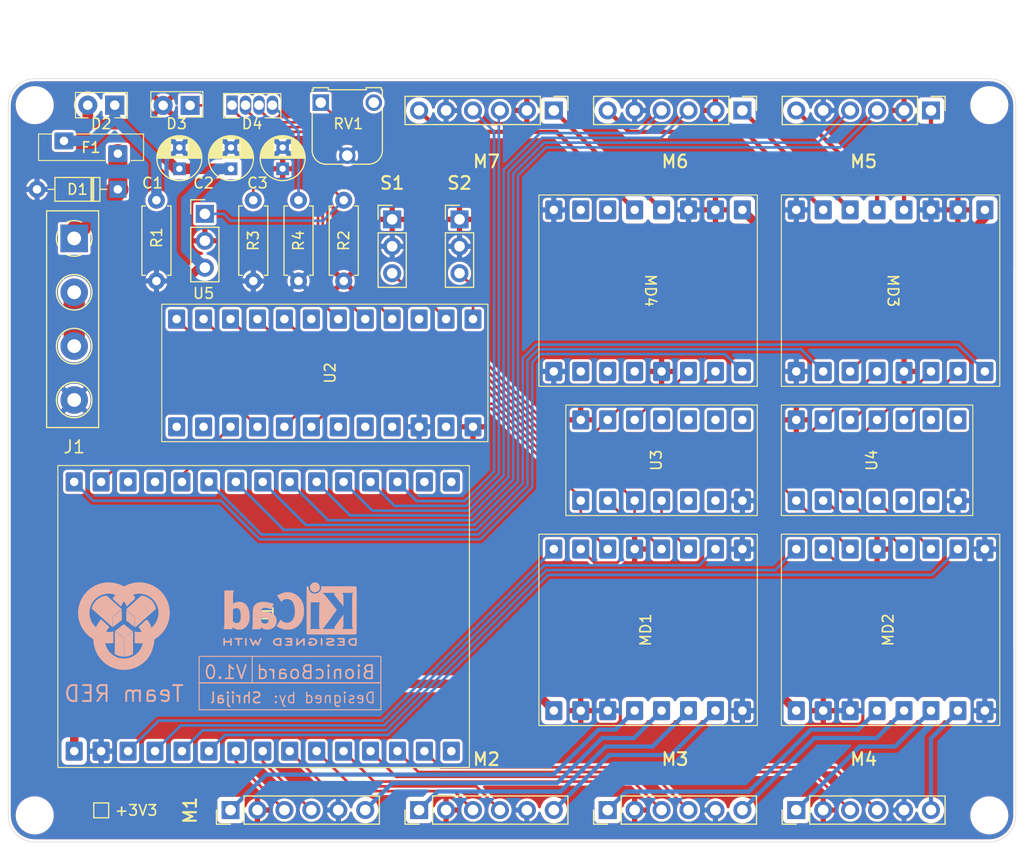
<source format=kicad_pcb>
(kicad_pcb (version 20240108) (generator "pcbnew") (generator_version "8.0")
  (layers (0 "F.Cu" signal) (31 "B.Cu" power) (36 "B.SilkS" user "B.Silkscreen") (37 "F.SilkS" user "F.Silkscreen") (38 "B.Mask" user) (39 "F.Mask" user) (44 "Edge.Cuts" user))
  (net 0 "")
  (net 1 "GND")
  (net 2 "/+3V3")
  (net 3 "/M1B")
  (net 4 "/+6V")
  (net 5 "/M1+")
  (net 6 "/M1-")
  (net 7 "/PWM1")
  (net 8 "/DIR1")
  (net 9 "/DIR2")
  (net 10 "/M2-")
  (net 11 "/PWM2")
  (net 12 "/M2B")
  (net 13 "/M2+")
  (net 14 "/M4B")
  (net 15 "/PWM3")
  (net 16 "/PWM4")
  (net 17 "/DIR4")
  (net 18 "/M3-")
  (net 19 "/DIR3")
  (net 20 "/M4+")
  (net 21 "/M3B")
  (net 22 "/M4-")
  (net 23 "/M3+")
  (net 24 "/M5B")
  (net 25 "/M6-")
  (net 26 "/M6+")
  (net 27 "/M5+")
  (net 28 "/M6B")
  (net 29 "/PWM5")
  (net 30 "/PWM6")
  (net 31 "/DIR6")
  (net 32 "/DIR5")
  (net 33 "/M5-")
  (net 34 "/M7-")
  (net 35 "/M7B")
  (net 36 "/M7+")
  (net 37 "/DIR7")
  (net 38 "/PWM7")
  (net 40 "/ENB1")
  (net 41 "/ENA1")
  (net 42 "/ENB2")
  (net 43 "/ENA2")
  (net 44 "/ENB3")
  (net 45 "/ENA3")
  (net 46 "/ENA4")
  (net 47 "/ENB4")
  (net 48 "/ENA5")
  (net 49 "/ENB5")
  (net 50 "/ENA6")
  (net 51 "/ENB6")
  (net 52 "/ENB7")
  (net 53 "/ENA7")
  (net 54 "/EMG1")
  (net 55 "/EMG2")
  (net 57 "/SDA")
  (net 62 "/SCL")
  (net 66 "/L_RED")
  (net 67 "/L_BLU")
  (net 69 "/L_GRN")
  (net 77 "Net-(U5-ADJ)")
  (net 78 "Net-(J1-Pin_2)")
  (net 84 "Net-(D1-K)")
  (net 85 "Net-(D2-K)")
  (net 86 "Net-(D3-K)")
  (net 87 "Net-(D4-A)")
  (footprint "MountingHole:MountingHole_3.2mm_M3" (layer "F.Cu") (at 132.5 30.5)
    (property "Reference" "H2" (hide yes))
    (property "Value" "MountingHole")
  )
  (footprint "Resistor_THT:R_Axial_DIN0207_L6.3mm_D2.5mm_P7.62mm_Horizontal" (layer "F.Cu") (at 71.635 47.0886 90)
    (property "Reference" "R2")
    (property "Value" "R_Small")
  )
  (footprint "Resistor_THT:R_Axial_DIN0207_L6.3mm_D2.5mm_P7.62mm_Horizontal" (layer "F.Cu") (at 53.975 39.4686 -90)
    (property "Reference" "R1")
    (property "Value" "R_Small")
  )
  (footprint "Resistor_THT:R_Axial_DIN0207_L6.3mm_D2.5mm_P7.62mm_Horizontal" (layer "F.Cu") (at 63.105 39.4686 -90)
    (property "Reference" "R3")
    (property "Value" "R_Small")
  )
  (footprint "bionic:JST_1x06_P2.54mm_Vertical" (layer "F.Cu") (at 127 31 -90)
    (property "Reference" "M5")
    (property "Value" "N20")
  )
  (footprint "bionic:TB6612" (layer "F.Cu") (at 100.33 48 -90)
    (property "Reference" "MD4")
    (property "Value" "TB6612")
  )
  (footprint "bionic:CD4069" (layer "F.Cu") (at 121.92 64 90)
    (property "Reference" "U4")
    (property "Value" "CD4069")
  )
  (footprint "TerminalBlock_Phoenix:TerminalBlock_Phoenix_MKDS-1,5-4-5.08_1x04_P5.08mm_Horizontal" (layer "F.Cu") (at 46.22 43.0724 -90)
    (property "Reference" "J1")
    (property "Value" "Screw_Terminal_01x04")
  )
  (footprint "MountingHole:MountingHole_3.2mm_M3" (layer "F.Cu") (at 42.5 30.5)
    (property "Reference" "H1" (hide yes))
    (property "Value" "MountingHole")
  )
  (footprint "bionic:JST_1x03_P2.54mm_Vertical" (layer "F.Cu") (at 82.55 41.275)
    (property "Reference" "S2")
    (property "Value" "EMG2")
  )
  (footprint "bionic:JST_1x06_P2.54mm_Vertical" (layer "F.Cu") (at 114.3 97 90)
    (property "Reference" "M4")
    (property "Value" "N20")
  )
  (footprint "bionic:JST_1x06_P2.54mm_Vertical" (layer "F.Cu") (at 96.52 97 90)
    (property "Reference" "M3")
    (property "Value" "N20")
  )
  (footprint "bionic:SAMD09" (layer "F.Cu") (at 69.85 55.7625 -90)
    (property "Reference" "U2")
    (property "Value" "SAMD09")
  )
  (footprint "LED_THT:LED_D5.0mm-4_RGB" (layer "F.Cu") (at 61.1036 30.5)
    (property "Reference" "D4")
    (property "Value" "LED_RGBA")
  )
  (footprint "Resistor_THT:R_Axial_DIN0207_L6.3mm_D2.5mm_P7.62mm_Horizontal" (layer "F.Cu") (at 67.37 47.0886 90)
    (property "Reference" "R4")
    (property "Value" "R_Small")
  )
  (footprint "LED_THT:LED_D5.0mm_Horizontal_O1.27mm_Z3.0mm" (layer "F.Cu") (at 50.04 30.5 180)
    (property "Reference" "D2")
    (property "Value" "LED_Small")
  )
  (footprint "bionic:ESP32" (layer "F.Cu") (at 64 78.74 -90)
    (property "Reference" "U1")
    (property "Value" "ESP32")
  )
  (footprint "bionic:JST_1x06_P2.54mm_Vertical" (layer "F.Cu") (at 60.96 97 90)
    (property "Reference" "M1")
    (property "Value" "N20")
  )
  (footprint "bionic:RGEF500" (layer "F.Cu") (at 50.335 35.0721 180)
    (property "Reference" "F1")
    (property "Value" "Polyfuse_Small" (hide yes))
  )
  (footprint "MountingHole:MountingHole_3.2mm_M3" (layer "F.Cu") (at 42.5 97.5)
    (property "Reference" "H4" (hide yes))
    (property "Value" "MountingHole")
  )
  (footprint "bionic:TB6612" (layer "F.Cu") (at 100.33 80 90)
    (property "Reference" "MD1")
    (property "Value" "TB6612")
  )
  (footprint "Capacitor_THT:CP_Radial_D4.0mm_P2.00mm" (layer "F.Cu") (at 65.8731 36.5 90)
    (property "Reference" "C3")
    (property "Value" "C_Small")
  )
  (footprint "bionic:TB6612" (layer "F.Cu") (at 123.19 48 -90)
    (property "Reference" "MD3")
    (property "Value" "TB6612")
  )
  (footprint "Capacitor_THT:CP_Radial_D4.0mm_P2.00mm" (layer "F.Cu") (at 61.0036 36.5 90)
    (property "Reference" "C2")
    (property "Value" "C_Small")
  )
  (footprint "Connector_PinHeader_2.54mm:PinHeader_1x03_P2.54mm_Vertical" (layer "F.Cu") (at 58.54 40.7536)
    (property "Reference" "U5")
    (property "Value" "LM338")
  )
  (footprint "bionic:JST_1x06_P2.54mm_Vertical" (layer "F.Cu") (at 78.74 97 90)
    (property "Reference" "M2")
    (property "Value" "N20")
  )
  (footprint "Diode_THT:D_DO-35_SOD27_P7.62mm_Horizontal" (layer "F.Cu") (at 50.335 38.4433 180)
    (property "Reference" "D1")
    (property "Value" "D_Small")
  )
  (footprint "Potentiometer_THT:Potentiometer_Runtron_RM-065_Vertical" (layer "F.Cu") (at 69.4658 30.26)
    (property "Reference" "RV1")
    (property "Value" "R_Potentiometer_Small")
  )
  (footprint "Capacitor_THT:CP_Radial_D4.0mm_P2.00mm" (layer "F.Cu") (at 56.134 36.5 90)
    (property "Reference" "C1")
    (property "Value" "C_Small")
  )
  (footprint "TestPoint:TestPoint_Pad_1.0x1.0mm" (layer "F.Cu") (at 48.768 97.028)
    (property "Reference" "T1" (hide yes))
    (property "Value" "TestPoint_Probe")
  )
  (footprint "bionic:TB6612" (layer "F.Cu") (at 123.19 80 90)
    (property "Reference" "MD2")
    (property "Value" "TB6612")
  )
  (footprint "bionic:JST_1x06_P2.54mm_Vertical" (layer "F.Cu") (at 91.44 31 -90)
    (property "Reference" "M7")
    (property "Value" "N20")
  )
  (footprint "LED_THT:LED_D5.0mm_Horizontal_O1.27mm_Z3.0mm" (layer "F.Cu") (at 57.1468 30.525 180)
    (property "Reference" "D3")
    (property "Value" "LED_Small")
  )
  (footprint "bionic:JST_1x03_P2.54mm_Vertical" (layer "F.Cu") (at 76.2 41.275)
    (property "Reference" "S1")
    (property "Value" "EMG2")
  )
  (footprint "MountingHole:MountingHole_3.2mm_M3" (layer "F.Cu") (at 132.5 97.5)
    (property "Reference" "H3" (hide yes))
    (property "Value" "MountingHole")
  )
  (footprint "bionic:JST_1x06_P2.54mm_Vertical" (layer "F.Cu") (at 109.22 31 -90)
    (property "Reference" "M6")
    (property "Value" "N20")
  )
  (footprint "bionic:CD4069" (layer "F.Cu") (at 101.6 64 90)
    (property "Reference" "U3")
    (property "Value" "CD4069")
  )
  (footprint "Symbol:KiCad-Logo2_5mm_SilkScreen" (layer "B.Cu") (at 66.573117 78.5 180)
    (property "Reference" "REF**" (hide yes))
    (property "Value" "KiCad-Logo2_5mm_SilkScreen" (hide yes))
  )
  (footprint "LOGO" (layer "B.Cu") (at 51 79.626595 180)
    (property "Reference" "G***" (hide yes))
    (property "Value" "LOGO" (hide yes))
  )
  (gr_line (start 63 82.5) (end 63 85) (stroke (width 0.1)) (layer "B.SilkS"))
  (gr_rect (start 58 85) (end 75.135 87.54) (stroke (width 0.1)) (fill none) (layer "B.SilkS"))
  (gr_rect (start 58 82.5) (end 75.135 85) (stroke (width 0.1)) (fill none) (layer "B.SilkS"))
  (gr_arc (start 42.5 100) (mid 40.732233 99.267767) (end 40 97.5) (stroke (width 0.05)) (layer "Edge.Cuts"))
  (gr_arc (start 135 97.5) (mid 134.267767 99.267767) (end 132.5 100) (stroke (width 0.05)) (layer "Edge.Cuts"))
  (gr_arc (start 132.5 28) (mid 134.267767 28.732233) (end 135 30.5) (stroke (width 0.05)) (layer "Edge.Cuts"))
  (gr_line (start 40 97.5) (end 40 30.5) (stroke (width 0.05)) (layer "Edge.Cuts"))
  (gr_line (start 132.5 100) (end 42.5 100) (stroke (width 0.05)) (layer "Edge.Cuts"))
  (gr_line (start 132.5 28) (end 42.5 28) (stroke (width 0.05)) (layer "Edge.Cuts"))
  (gr_arc (start 40 30.5) (mid 40.732233 28.732233) (end 42.5 28) (stroke (width 0.05)) (layer "Edge.Cuts"))
  (gr_line (start 135 97.5) (end 135 30.5) (stroke (width 0.05)) (layer "Edge.Cuts"))
  (gr_text "Team RED" (at 50.911392 86.024637 -0) (layer "B.SilkS") (effects (font (size 1.5 1.5) (thickness 0.1875)) (justify mirror)))
  (gr_text "BionicBoard" (at 69 84 0) (layer "B.SilkS") (effects (font (size 1.25 1.25) (thickness 0.15625)) (justify mirror)))
  (gr_text "Shrijal" (at 64 87 -0) (layer "B.SilkS") (effects (font (size 1 1)) (justify left bottom mirror)))
  (gr_text "V1.0" (at 60.5 84 -0) (layer "B.SilkS") (effects (font (size 1.25 1.25) (thickness 0.15625)) (justify mirror)))
  (gr_text "Designed by:" (at 74.704613 87 -0) (layer "B.SilkS") (effects (font (size 1 1) (thickness 0.12)) (justify left bottom mirror)))
  (gr_text "+3V3" (at 52.07 97.028 0) (layer "F.SilkS") (effects (font (size 1 1))))
  (segment (start 97.79 69.08) (end 97.79 73.2932) (width 0.25) (layer "F.Cu") (net 3))
  (segment (start 97.79 73.2932) (end 97.4232 73.66) (width 0.25) (layer "F.Cu") (net 3))
  (segment (start 97.4232 73.66) (end 95.26 73.66) (width 0.25) (layer "F.Cu") (net 3))
  (segment (start 96.52 67.81) (end 97.79 69.08) (width 0.25) (layer "F.Cu") (net 3))
  (segment (start 95.26 73.66) (end 93.98 72.38) (width 0.25) (layer "F.Cu") (net 3))
  (segment (start 57.9868 45.8337) (end 53.34 50.4804) (width 0.8) (layer "F.Cu") (net 4))
  (segment (start 58.54 45.8337) (end 57.9868 45.8337) (width 0.8) (layer "F.Cu") (net 4))
  (segment (start 111.76 85.09) (end 130.048 85.09) (width 0.8) (layer "F.Cu") (net 4))
  (segment (start 129.534 42.926) (end 130.302 42.926) (width 0.8) (layer "F.Cu") (net 4))
  (segment (start 55.804 36.5) (end 56.134 36.5) (width 1) (layer "F.Cu") (net 4))
  (segment (start 133.858 46.482) (end 130.302 42.926) (width 0.8) (layer "F.Cu") (net 4))
  (segment (start 43.434 81.534) (end 46.99 85.09) (width 0.8) (layer "F.Cu") (net 4))
  (segment (start 114.3 87.62) (end 114.29 87.62) (width 0.8) (layer "F.Cu") (net 4))
  (segment (start 46.228 85.852) (end 46.99 85.09) (width 0.8) (layer "F.Cu") (net 4))
  (segment (start 132.08 41.148) (end 132.08 40.38) (width 0.8) (layer "F.Cu") (net 4))
  (segment (start 51.054 60.96) (end 45.72 60.96) (width 0.8) (layer "F.Cu") (net 4))
  (segment (start 48.0272 32.3) (end 51.604 32.3) (width 1) (layer "F.Cu") (net 4))
  (segment (start 45.72 60.96) (end 43.434 63.246) (width 0.8) (layer "F.Cu") (net 4))
  (segment (start 46.228 91.432) (end 46.228 85.852) (width 0.8) (layer "F.Cu") (net 4))
  (segment (start 51.604 32.3) (end 55.804 36.5) (width 1) (layer "F.Cu") (net 4))
  (segment (start 130.302 42.926) (end 132.08 41.148) (width 0.8) (layer "F.Cu") (net 4))
  (segment (start 88.91 85.09) (end 91.44 87.62) (width 0.8) (layer "F.Cu") (net 4))
  (segment (start 53.34 58.674) (end 51.054 60.96) (width 0.8) (layer "F.Cu") (net 4))
  (segment (start 46.22 91.44) (end 46.228 91.432) (width 0.8) (layer "F.Cu") (net 4))
  (segment (start 43.434 63.246) (end 43.434 81.534) (width 0.8) (layer "F.Cu") (net 4))
  (segment (start 114.29 87.62) (end 111.76 85.09) (width 0.8) (layer "F.Cu") (net 4))
  (segment (start 46.99 85.09) (end 88.91 85.09) (width 0.8) (layer "F.Cu") (net 4))
  (segment (start 53.34 50.4804) (end 53.34 58.674) (width 0.8) (layer "F.Cu") (net 4))
  (segment (start 130.048 85.09) (end 133.858 81.28) (width 0.8) (layer "F.Cu") (net 4))
  (segment (start 56.134 36.5) (end 61.0036 36.5) (width 1) (layer "F.Cu") (net 4))
  (segment (start 47.5 31.7728) (end 48.0272 32.3) (width 1) (layer "F.Cu") (net 4))
  (segment (start 111.76 85.09) (end 88.91 85.09) (width 0.8) (layer "F.Cu") (net 4))
  (segment (start 111.766 42.926) (end 129.534 42.926) (width 0.8) (layer "F.Cu") (net 4))
  (segment (start 47.5 30.5) (end 47.5 31.7728) (width 1) (layer "F.Cu") (net 4))
  (segment (start 133.858 81.28) (end 133.858 46.482) (width 0.8) (layer "F.Cu") (net 4))
  (segment (start 109.22 40.38) (end 111.766 42.926) (width 0.8) (layer "F.Cu") (net 4))
  (segment (start 58.54 45.8336) (end 56.79 44.0836) (width 1) (layer "B.Cu") (net 4))
  (segment (start 59.766 36.5) (end 61.0036 36.5) (width 1) (layer "B.Cu") (net 4))
  (segment (start 56.79 39.476) (end 59.766 36.5) (width 1) (layer "B.Cu") (net 4))
  (segment (start 56.79 44.0836) (end 56.79 39.476) (width 1) (layer "B.Cu") (net 4))
  (segment (start 64.31 93.65) (end 60.96 97) (width 0.4) (layer "B.Cu") (net 5))
  (segment (start 97.272 89.408) (end 95.6659 89.408) (width 0.4) (layer "B.Cu") (net 5))
  (segment (start 95.6659 89.408) (end 91.4239 93.65) (width 0.4) (layer "B.Cu") (net 5))
  (segment (start 91.4239 93.65) (end 64.31 93.65) (width 0.4) (layer "B.Cu") (net 5))
  (segment (start 99.06 87.62) (end 97.272 89.408) (width 0.4) (layer "B.Cu") (net 5))
  (segment (start 95.9973 90.208) (end 91.7553 94.45) (width 0.4) (layer "B.Cu") (net 6))
  (segment (start 101.6 87.62) (end 99.012 90.208) (width 0.4) (layer "B.Cu") (net 6))
  (segment (start 91.7553 94.45) (end 76.21 94.45) (width 0.4) (layer "B.Cu") (net 6))
  (segment (start 76.21 94.45) (end 73.66 97) (width 0.4) (layer "B.Cu") (net 6))
  (segment (start 99.012 90.208) (end 95.9973 90.208) (width 0.4) (layer "B.Cu") (net 6))
  (segment (start 75.254 88.566) (end 54.174 88.566) (width 0.25) (layer "B.Cu") (net 7))
  (segment (start 54.174 88.566) (end 51.3 91.44) (width 0.25) (layer "B.Cu") (net 7))
  (segment (start 91.44 72.38) (end 75.254 88.566) (width 0.25) (layer "B.Cu") (net 7))
  (segment (start 85.5372 59.124) (end 70.2985 59.124) (width 0.25) (layer "F.Cu") (net 8))
  (segment (start 70.2985 59.124) (end 68.58 60.8425) (width 0.25) (layer "F.Cu") (net 8))
  (segment (start 93.98 69.84) (end 96.52 72.38) (width 0.25) (layer "F.Cu") (net 8))
  (segment (start 93.98 67.5668) (end 85.5372 59.124) (width 0.25) (layer "F.Cu") (net 8))
  (segment (start 93.98 67.81) (end 93.98 69.84) (width 0.25) (layer "F.Cu") (net 8))
  (segment (start 93.98 67.81) (end 93.98 67.5668) (width 0.25) (layer "F.Cu") (net 8))
  (segment (start 93.3436 66.294) (end 85.7236 58.674) (width 0.25) (layer "F.Cu") (net 9))
  (segment (start 99.06 69.84) (end 101.6 72.38) (width 0.25) (layer "F.Cu") (net 9))
  (segment (start 85.7236 58.674) (end 68.2085 58.674) (width 0.25) (layer "F.Cu") (net 9))
  (segment (start 99.06 67.81) (end 97.544 66.294) (width 0.25) (layer "F.Cu") (net 9))
  (segment (start 97.544 66.294) (end 93.3436 66.294) (width 0.25) (layer "F.Cu") (net 9))
  (segment (start 68.2085 58.674) (end 66.04 60.8425) (width 0.25) (layer "F.Cu") (net 9))
  (segment (start 99.06 67.81) (end 99.06 69.84) (width 0.25) (layer "F.Cu") (net 9))
  (segment (start 91.468 97) (end 91.44 97) (width 0.4) (layer "B.Cu") (net 10))
  (segment (start 96.66 91.808) (end 91.468 97) (width 0.4) (layer "B.Cu") (net 10))
  (segment (start 102.492 91.808) (end 96.66 91.808) (width 0.4) (layer "B.Cu") (net 10))
  (segment (start 106.68 87.62) (end 102.492 91.808) (width 0.4) (layer "B.Cu") (net 10))
  (segment (start 56.264 89.016) (end 53.84 91.44) (width 0.25) (layer "B.Cu") (net 11))
  (segment (start 105.146 73.914) (end 90.5424 73.914) (width 0.25) (layer "B.Cu") (net 11))
  (segment (start 75.4404 89.016) (end 56.264 89.016) (width 0.25) (layer "B.Cu") (net 11))
  (segment (start 106.68 72.38) (end 105.146 73.914) (width 0.25) (layer "B.Cu") (net 11))
  (segment (start 90.5424 73.914) (end 75.4404 89.016) (width 0.25) (layer "B.Cu") (net 11))
  (segment (start 101.6 67.81) (end 101.6 69.84) (width 0.25) (layer "F.Cu") (net 12))
  (segment (start 101.6 69.84) (end 104.14 72.38) (width 0.25) (layer "F.Cu") (net 12))
  (segment (start 104.14 87.62) (end 100.752 91.008) (width 0.4) (layer "B.Cu") (net 13))
  (segment (start 96.3286 91.008) (end 92.0866 95.25) (width 0.4) (layer "B.Cu") (net 13))
  (segment (start 80.49 95.25) (end 78.74 97) (width 0.4) (layer "B.Cu") (net 13))
  (segment (start 92.0866 95.25) (end 80.49 95.25) (width 0.4) (layer "B.Cu") (net 13))
  (segment (start 100.752 91.008) (end 96.3286 91.008) (width 0.4) (layer "B.Cu") (net 13))
  (segment (start 121.92 67.81) (end 123.452 69.342) (width 0.25) (layer "F.Cu") (net 14))
  (segment (start 123.452 69.342) (end 123.962 69.342) (width 0.25) (layer "F.Cu") (net 14))
  (segment (start 123.962 69.342) (end 127 72.38) (width 0.25) (layer "F.Cu") (net 14))
  (segment (start 114.3 72.38) (end 112.316 74.364) (width 0.25) (layer "B.Cu") (net 15))
  (segment (start 90.7288 74.364) (end 75.6268 89.466) (width 0.25) (layer "B.Cu") (net 15))
  (segment (start 112.316 74.364) (end 90.7288 74.364) (width 0.25) (layer "B.Cu") (net 15))
  (segment (start 58.354 89.466) (end 56.38 91.44) (width 0.25) (layer "B.Cu") (net 15))
  (segment (start 75.6268 89.466) (end 58.354 89.466) (width 0.25) (layer "B.Cu") (net 15))
  (segment (start 90.9152 74.814) (end 75.8132 89.916) (width 0.25) (layer "B.Cu") (net 16))
  (segment (start 129.54 72.38) (end 127.106 74.814) (width 0.25) (layer "B.Cu") (net 16))
  (segment (start 75.8132 89.916) (end 60.444 89.916) (width 0.25) (layer "B.Cu") (net 16))
  (segment (start 127.106 74.814) (end 90.9152 74.814) (width 0.25) (layer "B.Cu") (net 16))
  (segment (start 60.444 89.916) (end 58.92 91.44) (width 0.25) (layer "B.Cu") (net 16))
  (segment (start 116.964 65.394) (end 93.7164 65.394) (width 0.25) (layer "F.Cu") (net 17))
  (segment (start 119.38 67.81) (end 116.964 65.394) (width 0.25) (layer "F.Cu") (net 17))
  (segment (start 120.904 69.334) (end 120.904 69.342) (width 0.25) (layer "F.Cu") (net 17))
  (segment (start 121.422 69.342) (end 124.46 72.38) (width 0.25) (layer "F.Cu") (net 17))
  (segment (start 120.904 69.342) (end 121.422 69.342) (width 0.25) (layer "F.Cu") (net 17))
  (segment (start 61.1575 53.42) (end 58.42 50.6825) (width 0.25) (layer "F.Cu") (net 17))
  (segment (start 119.38 67.81) (end 120.904 69.334) (width 0.25) (layer "F.Cu") (net 17))
  (segment (start 81.7424 53.42) (end 61.1575 53.42) (width 0.25) (layer "F.Cu") (net 17))
  (segment (start 93.7164 65.394) (end 81.7424 53.42) (width 0.25) (layer "F.Cu") (net 17))
  (segment (start 116.012 90.208) (end 109.22 97) (width 0.4) (layer "B.Cu") (net 18))
  (segment (start 121.872 90.208) (end 116.012 90.208) (width 0.4) (layer "B.Cu") (net 18))
  (segment (start 124.46 87.62) (end 121.872 90.208) (width 0.4) (layer "B.Cu") (net 18))
  (segment (start 114.3 67.81) (end 115.832 69.342) (width 0.25) (layer "F.Cu") (net 19))
  (segment (start 115.832 69.342) (end 116.332 69.342) (width 0.25) (layer "F.Cu") (net 19))
  (segment (start 117.866 70.866) (end 119.38 72.38) (width 0.25) (layer "F.Cu") (net 19))
  (segment (start 117.856 70.866) (end 117.866 70.866) (width 0.25) (layer "F.Cu") (net 19))
  (segment (start 59.0675 53.87) (end 55.88 50.6825) (width 0.25) (layer "F.Cu") (net 19))
  (segment (start 93.53 65.844) (end 81.556 53.87) (width 0.25) (layer "F.Cu") (net 19))
  (segment (start 81.556 53.87) (end 59.0675 53.87) (width 0.25) (layer "F.Cu") (net 19))
  (segment (start 114.3 67.81) (end 112.334 65.844) (width 0.25) (layer "F.Cu") (net 19))
  (segment (start 112.334 65.844) (end 93.53 65.844) (width 0.25) (layer "F.Cu") (net 19))
  (segment (start 116.332 69.342) (end 117.856 70.866) (width 0.25) (layer "F.Cu") (net 19))
  (segment (start 123.612 91.008) (end 120.292 91.008) (width 0.4) (layer "B.Cu") (net 20))
  (segment (start 127 87.62) (end 123.612 91.008) (width 0.4) (layer "B.Cu") (net 20))
  (segment (start 120.292 91.008) (end 114.3 97) (width 0.4) (layer "B.Cu") (net 20))
  (segment (start 120.396 73.66) (end 118.12 73.66) (width 0.25) (layer "F.Cu") (net 21))
  (segment (start 120.65 73.406) (end 120.396 73.66) (width 0.25) (layer "F.Cu") (net 21))
  (segment (start 118.12 73.66) (end 116.84 72.38) (width 0.25) (layer "F.Cu") (net 21))
  (segment (start 120.65 71.3498) (end 120.65 73.406) (width 0.25) (layer "F.Cu") (net 21))
  (segment (start 117.11 67.81) (end 120.65 71.3498) (width 0.25) (layer "F.Cu") (net 21))
  (segment (start 116.84 67.81) (end 117.11 67.81) (width 0.25) (layer "F.Cu") (net 21))
  (segment (start 127 97) (end 127 90.2471) (width 0.4) (layer "B.Cu") (net 22))
  (segment (start 127 90.2471) (end 129.517 87.7299) (width 0.4) (layer "B.Cu") (net 22))
  (segment (start 127 97.1099) (end 127 97) (width 0.4) (layer "B.Cu") (net 22))
  (segment (start 98.27 95.25) (end 96.52 97) (width 0.4) (layer "B.Cu") (net 23))
  (segment (start 120.132 89.408) (end 115.681 89.408) (width 0.4) (layer "B.Cu") (net 23))
  (segment (start 115.681 89.408) (end 109.839 95.25) (width 0.4) (layer "B.Cu") (net 23))
  (segment (start 109.839 95.25) (end 98.27 95.25) (width 0.4) (layer "B.Cu") (net 23))
  (segment (start 121.92 87.62) (end 120.132 89.408) (width 0.4) (layer "B.Cu") (net 23))
  (segment (start 125.976 58.674) (end 126.486 58.674) (width 0.25) (layer "F.Cu") (net 24))
  (segment (start 126.486 58.674) (end 129.54 55.62) (width 0.25) (layer "F.Cu") (net 24))
  (segment (start 124.46 60.19) (end 125.976 58.674) (width 0.25) (layer "F.Cu") (net 24))
  (segment (start 109.48 33.02) (end 116.84 40.38) (width 0.4) (layer "F.Cu") (net 25))
  (segment (start 96.52 31) (end 98.54 33.02) (width 0.4) (layer "F.Cu") (net 25))
  (segment (start 98.54 33.02) (end 109.48 33.02) (width 0.4) (layer "F.Cu") (net 25))
  (segment (start 117.608 38.608) (end 116.828 38.608) (width 0.4) (layer "F.Cu") (net 26))
  (segment (start 119.38 40.38) (end 117.608 38.608) (width 0.4) (layer "F.Cu") (net 26))
  (segment (start 116.828 38.608) (end 109.22 31) (width 0.4) (layer "F.Cu") (net 26))
  (segment (start 124.46 38.608) (end 124.46 40.38) (width 0.4) (layer "F.Cu") (net 27))
  (segment (start 127 36.068) (end 124.46 38.608) (width 0.4) (layer "F.Cu") (net 27))
  (segment (start 127 31) (end 127 36.068) (width 0.4) (layer "F.Cu") (net 27))
  (segment (start 123.19 54.5878) (end 122.958 54.356) (width 0.25) (layer "F.Cu") (net 28))
  (segment (start 120.644 54.356) (end 119.38 55.62) (width 0.25) (layer "F.Cu") (net 28))
  (segment (start 119.38 60.19) (end 119.658 60.19) (width 0.25) (layer "F.Cu") (net 28))
  (segment (start 122.958 54.356) (end 120.644 54.356) (width 0.25) (layer "F.Cu") (net 28))
  (segment (start 119.658 60.19) (end 123.19 56.6582) (width 0.25) (layer "F.Cu") (net 28))
  (segment (start 123.19 56.6582) (end 123.19 54.5878) (width 0.25) (layer "F.Cu") (net 28))
  (segment (start 65.974 70.554) (end 61.46 66.04) (width 0.25) (layer "B.Cu") (net 29))
  (segment (start 88.508 54.3656) (end 88.508 66.1864) (width 0.25) (layer "B.Cu") (net 29))
  (segment (start 88.508 66.1864) (end 84.1404 70.554) (width 0.25) (layer "B.Cu") (net 29))
  (segment (start 132.08 55.62) (end 129.546 53.086) (width 0.25) (layer "B.Cu") (net 29))
  (segment (start 89.7876 53.086) (end 88.508 54.3656) (width 0.25) (layer "B.Cu") (net 29))
  (segment (start 129.546 53.086) (end 89.7876 53.086) (width 0.25) (layer "B.Cu") (net 29))
  (segment (start 84.1404 70.554) (end 65.974 70.554) (width 0.25) (layer "B.Cu") (net 29))
  (segment (start 88.958 66.3728) (end 84.3268 71.004) (width 0.25) (layer "B.Cu") (net 30))
  (segment (start 116.84 55.62) (end 114.756 53.536) (width 0.25) (layer "B.Cu") (net 30))
  (segment (start 89.974 53.536) (end 88.958 54.552) (width 0.25) (layer "B.Cu") (net 30))
  (segment (start 63.884 71.004) (end 58.92 66.04) (width 0.25) (layer "B.Cu") (net 30))
  (segment (start 114.756 53.536) (end 89.974 53.536) (width 0.25) (layer "B.Cu") (net 30))
  (segment (start 88.958 54.552) (end 88.958 66.3728) (width 0.25) (layer "B.Cu") (net 30))
  (segment (start 84.3268 71.004) (end 63.884 71.004) (width 0.25) (layer "B.Cu") (net 30))
  (segment (start 118.356 58.674) (end 118.866 58.674) (width 0.25) (layer "F.Cu") (net 31))
  (segment (start 114.8 62.23) (end 91.8252 62.23) (width 0.25) (layer "F.Cu") (net 31))
  (segment (start 118.866 58.674) (end 121.92 55.62) (width 0.25) (layer "F.Cu") (net 31))
  (segment (start 82.1152 52.52) (end 65.3375 52.52) (width 0.25) (layer "F.Cu") (net 31))
  (segment (start 116.84 60.19) (end 118.356 58.674) (width 0.25) (layer "F.Cu") (net 31))
  (segment (start 65.3375 52.52) (end 63.5 50.6825) (width 0.25) (layer "F.Cu") (net 31))
  (segment (start 116.84 60.19) (end 114.8 62.23) (width 0.25) (layer "F.Cu") (net 31))
  (segment (start 91.8252 62.23) (end 82.1152 52.52) (width 0.25) (layer "F.Cu") (net 31))
  (segment (start 63.2475 52.97) (end 60.96 50.6825) (width 0.25) (layer "F.Cu") (net 32))
  (segment (start 91.6388 62.68) (end 81.9288 52.97) (width 0.25) (layer "F.Cu") (net 32))
  (segment (start 121.92 60.19) (end 119.43 62.68) (width 0.25) (layer "F.Cu") (net 32))
  (segment (start 81.9288 52.97) (end 63.2475 52.97) (width 0.25) (layer "F.Cu") (net 32))
  (segment (start 123.946 58.674) (end 127 55.62) (width 0.25) (layer "F.Cu") (net 32))
  (segment (start 119.43 62.68) (end 91.6388 62.68) (width 0.25) (layer "F.Cu") (net 32))
  (segment (start 121.92 60.19) (end 123.436 58.674) (width 0.25) (layer "F.Cu") (net 32))
  (segment (start 123.436 58.674) (end 123.946 58.674) (width 0.25) (layer "F.Cu") (net 32))
  (segment (start 121.92 38.62) (end 121.92 40.38) (width 0.4) (layer "F.Cu") (net 33))
  (segment (start 114.3 31) (end 121.92 38.62) (width 0.4) (layer "F.Cu") (net 33))
  (segment (start 91.7 33.02) (end 99.06 40.38) (width 0.4) (layer "F.Cu") (net 34))
  (segment (start 80.76 33.02) (end 91.7 33.02) (width 0.4) (layer "F.Cu") (net 34))
  (segment (start 78.74 31) (end 80.76 33.02) (width 0.4) (layer "F.Cu") (net 34))
  (segment (start 99.06 60.19) (end 100.576 58.674) (width 0.25) (layer "F.Cu") (net 35))
  (segment (start 103.626 58.674) (end 106.68 55.62) (width 0.25) (layer "F.Cu") (net 35))
  (segment (start 100.576 58.674) (end 103.626 58.674) (width 0.25) (layer "F.Cu") (net 35))
  (segment (start 91.452 31) (end 99.06 38.608) (width 0.4) (layer "F.Cu") (net 36))
  (segment (start 99.828 38.608) (end 101.6 40.38) (width 0.4) (layer "F.Cu") (net 36))
  (segment (start 91.44 31) (end 91.452 31) (width 0.4) (layer "F.Cu") (net 36))
  (segment (start 99.06 38.608) (end 99.828 38.608) (width 0.4) (layer "F.Cu") (net 36))
  (segment (start 96.52 60.19) (end 96.528 60.19) (width 0.25) (layer "F.Cu") (net 37))
  (segment (start 96.528 60.19) (end 98.806 57.912) (width 0.25) (layer "F.Cu") (net 37))
  (segment (start 82.3016 52.07) (end 67.4275 52.07) (width 0.25) (layer "F.Cu") (net 37))
  (segment (start 98.806 57.912) (end 101.848 57.912) (width 0.25) (layer "F.Cu") (net 37))
  (segment (start 91.9536 61.722) (end 82.3016 52.07) (width 0.25) (layer "F.Cu") (net 37))
  (segment (start 101.848 57.912) (end 104.14 55.62) (width 0.25) (layer "F.Cu") (net 37))
  (segment (start 96.52 60.19) (end 94.988 61.722) (width 0.25) (layer "F.Cu") (net 37))
  (segment (start 67.4275 52.07) (end 66.04 50.6825) (width 0.25) (layer "F.Cu") (net 37))
  (segment (start 94.988 61.722) (end 91.9536 61.722) (width 0.25) (layer "F.Cu") (net 37))
  (segment (start 47.998 67.818) (end 46.22 66.04) (width 0.25) (layer "B.Cu") (net 38))
  (segment (start 109.22 55.62) (end 107.586 53.986) (width 0.25) (layer "B.Cu") (net 38))
  (segment (start 63.6976 71.454) (end 60.0616 67.818) (width 0.25) (layer "B.Cu") (net 38))
  (segment (start 84.5132 71.454) (end 63.6976 71.454) (width 0.25) (layer "B.Cu") (net 38))
  (segment (start 89.408 66.5592) (end 84.5132 71.454) (width 0.25) (layer "B.Cu") (net 38))
  (segment (start 89.408 54.7384) (end 89.408 66.5592) (width 0.25) (layer "B.Cu") (net 38))
  (segment (start 90.1604 53.986) (end 89.408 54.7384) (width 0.25) (layer "B.Cu") (net 38))
  (segment (start 60.0616 67.818) (end 47.998 67.818) (width 0.25) (layer "B.Cu") (net 38))
  (segment (start 107.586 53.986) (end 90.1604 53.986) (width 0.25) (layer "B.Cu") (net 38))
  (segment (start 68.58 97) (end 64 92.42) (width 0.25) (layer "F.Cu") (net 40))
  (segment (start 64 92.42) (end 64 91.44) (width 0.25) (layer "F.Cu") (net 40))
  (segment (start 61.46 91.44) (end 61.46 92.42) (width 0.25) (layer "F.Cu") (net 41))
  (segment (start 61.46 92.42) (end 66.04 97) (width 0.25) (layer "F.Cu") (net 41))
  (segment (start 84.124 94.764) (end 72.404 94.764) (width 0.25) (layer "F.Cu") (net 42))
  (segment (start 72.404 94.764) (end 69.08 91.44) (width 0.25) (layer "F.Cu") (net 42))
  (segment (start 86.36 97) (end 84.124 94.764) (width 0.25) (layer "F.Cu") (net 42))
  (segment (start 83.82 97) (end 82.034 95.214) (width 0.25) (layer "F.Cu") (net 43))
  (segment (start 70.314 95.214) (end 66.54 91.44) (width 0.25) (layer "F.Cu") (net 43))
  (segment (start 82.034 95.214) (end 70.314 95.214) (width 0.25) (layer "F.Cu") (net 43))
  (segment (start 76.584 93.864) (end 74.16 91.44) (width 0.25) (layer "F.Cu") (net 44))
  (segment (start 101.004 93.864) (end 76.584 93.864) (width 0.25) (layer "F.Cu") (net 44))
  (segment (start 104.14 97) (end 101.004 93.864) (width 0.25) (layer "F.Cu") (net 44))
  (segment (start 98.914 94.314) (end 74.494 94.314) (width 0.25) (layer "F.Cu") (net 45))
  (segment (start 74.494 94.314) (end 71.62 91.44) (width 0.25) (layer "F.Cu") (net 45))
  (segment (start 101.6 97) (end 98.914 94.314) (width 0.25) (layer "F.Cu") (net 45))
  (segment (start 115.794 93.414) (end 78.674 93.414) (width 0.25) (layer "F.Cu") (net 46))
  (segment (start 119.38 97) (end 115.794 93.414) (width 0.25) (layer "F.Cu") (net 46))
  (segment (start 78.674 93.414) (end 76.7 91.44) (width 0.25) (layer "F.Cu") (net 46))
  (segment (start 80.764 92.964) (end 79.24 91.44) (width 0.25) (layer "F.Cu") (net 47))
  (segment (start 117.884 92.964) (end 80.764 92.964) (width 0.25) (layer "F.Cu") (net 47))
  (segment (start 121.92 97) (end 117.884 92.964) (width 0.25) (layer "F.Cu") (net 47))
  (segment (start 68.064 70.104) (end 64 66.04) (width 0.25) (layer "B.Cu") (net 48))
  (segment (start 83.954 70.104) (end 68.064 70.104) (width 0.25) (layer "B.Cu") (net 48))
  (segment (start 88.058 37.1436) (end 88.058 66) (width 0.25) (layer "B.Cu") (net 48))
  (segment (start 90.7156 34.486) (end 88.058 37.1436) (width 0.25) (layer "B.Cu") (net 48))
  (segment (start 88.058 66) (end 83.954 70.104) (width 0.25) (layer "B.Cu") (net 48))
  (segment (start 118.434 34.486) (end 90.7156 34.486) (width 0.25) (layer "B.Cu") (net 48))
  (segment (start 121.92 31) (end 118.434 34.486) (width 0.25) (layer "B.Cu") (net 48))
  (segment (start 116.344 34.036) (end 90.5292 34.036) (width 0.25) (layer "B.Cu") (net 49))
  (segment (start 70.154 69.654) (end 66.54 66.04) (width 0.25) (layer "B.Cu") (net 49))
  (segment (start 119.38 31) (end 116.344 34.036) (width 0.25) (layer "B.Cu") (net 49))
  (segment (start 87.608 65.8136) (end 83.7676 69.654) (width 0.25) (layer "B.Cu") (net 49))
  (segment (start 87.608 36.9572) (end 87.608 65.8136) (width 0.25) (layer "B.Cu") (net 49))
  (segment (start 83.7676 69.654) (end 70.154 69.654) (width 0.25) (layer "B.Cu") (net 49))
  (segment (start 90.5292 34.036) (end 87.608 36.9572) (width 0.25) (layer "B.Cu") (net 49))
  (segment (start 101.554 33.586) (end 90.3428 33.586) (width 0.25) (layer "B.Cu") (net 50))
  (segment (start 83.5812 69.204) (end 72.244 69.204) (width 0.25) (layer "B.Cu") (net 50))
  (segment (start 104.14 31) (end 101.554 33.586) (width 0.25) (layer "B.Cu") (net 50))
  (segment (start 72.244 69.204) (end 69.08 66.04) (width 0.25) (layer "B.Cu") (net 50))
  (segment (start 90.3428 33.586) (end 87.158 36.7708) (width 0.25) (layer "B.Cu") (net 50))
  (segment (start 87.158 36.7708) (end 87.158 65.6272) (width 0.25) (layer "B.Cu") (net 50))
  (segment (start 87.158 65.6272) (end 83.5812 69.204) (width 0.25) (layer "B.Cu") (net 50))
  (segment (start 90.1564 33.136) (end 86.708 36.5844) (width 0.25) (layer "B.Cu") (net 51))
  (segment (start 99.464 33.136) (end 90.1564 33.136) (width 0.25) (layer "B.Cu") (net 51))
  (segment (start 86.708 36.5844) (end 86.708 65.4408) (width 0.25) (layer "B.Cu") (net 51))
  (segment (start 86.708 65.4408) (end 83.3948 68.754) (width 0.25) (layer "B.Cu") (net 51))
  (segment (start 101.6 31) (end 99.464 33.136) (width 0.25) (layer "B.Cu") (net 51))
  (segment (start 74.334 68.754) (end 71.62 66.04) (width 0.25) (layer "B.Cu") (net 51))
  (segment (start 83.3948 68.754) (end 74.334 68.754) (width 0.25) (layer "B.Cu") (net 51))
  (segment (start 78.514 67.854) (end 76.7 66.04) (width 0.25) (layer "B.Cu") (net 52))
  (segment (start 85.808 65.068) (end 83.022 67.854) (width 0.25) (layer "B.Cu") (net 52))
  (segment (start 83.82 31) (end 85.808 32.988) (width 0.25) (layer "B.Cu") (net 52))
  (segment (start 85.808 32.988) (end 85.808 65.068) (width 0.25) (layer "B.Cu") (net 52))
  (segment (start 83.022 67.854) (end 78.514 67.854) (width 0.25) (layer "B.Cu") (net 52))
  (segment (start 86.258 65.2544) (end 83.2084 68.304) (width 0.25) (layer "B.Cu") (net 53))
  (segment (start 76.424 68.304) (end 74.16 66.04) (width 0.25) (layer "B.Cu") (net 53))
  (segment (start 86.36 31) (end 86.258 31.102) (width 0.25) (layer "B.Cu") (net 53))
  (segment (start 83.2084 68.304) (end 76.424 68.304) (width 0.25) (layer "B.Cu") (net 53))
  (segment (start 86.258 31.102) (end 86.258 65.2544) (width 0.25) (layer "B.Cu") (net 53))
  (segment (start 81.28 50.6825) (end 79.8735 49.276) (width 0.25) (layer "F.Cu") (net 54))
  (segment (start 79.8735 49.276) (end 79.121 49.276) (width 0.25) (layer "F.Cu") (net 54))
  (segment (start 79.121 49.276) (end 76.2 46.355) (width 0.25) (layer "F.Cu") (net 54))
  (segment (start 83.82 47.625) (end 82.55 46.355) (width 0.25) (layer "F.Cu") (net 55))
  (segment (start 83.82 50.6825) (end 83.82 47.625) (width 0.25) (layer "F.Cu") (net 55))
  (segment (start 60.96 60.8425) (end 56.38 65.4225) (width 0.25) (layer "F.Cu") (net 57))
  (segment (start 56.38 65.4225) (end 56.38 66.04) (width 0.25) (layer "F.Cu") (net 57))
  (segment (start 55.626 63.5) (end 51.3 63.5) (width 0.25) (layer "F.Cu") (net 62))
  (segment (start 63.5 60.8425) (end 62.0935 59.436) (width 0.25) (layer "F.Cu") (net 62))
  (segment (start 51.3 63.5) (end 48.76 66.04) (width 0.25) (layer "F.Cu") (net 62))
  (segment (start 57.15 61.976) (end 55.626 63.5) (width 0.25) (layer "F.Cu") (net 62))
  (segment (start 57.15 59.69) (end 57.15 61.976) (width 0.25) (layer "F.Cu") (net 62))
  (segment (start 57.404 59.436) (end 57.15 59.69) (width 0.25) (layer "F.Cu") (net 62))
  (segment (start 62.0935 59.436) (end 57.404 59.436) (width 0.25) (layer "F.Cu") (net 62))
  (segment (start 69.204 33.9008) (end 69.204 48.7665) (width 0.25) (layer "F.Cu") (net 66))
  (segment (start 69.204 48.7665) (end 71.12 50.6825) (width 0.25) (layer "F.Cu") (net 66))
  (segment (start 61.1036 30.5) (end 61.1036 30.865) (width 0.25) (layer "F.Cu") (net 66))
  (segment (start 68.3232 33.02) (end 69.204 33.9008) (width 0.25) (layer "F.Cu") (net 66))
  (segment (start 61.1036 30.865) (end 63.2586 33.02) (width 0.25) (layer "F.Cu") (net 66))
  (segment (start 63.2586 33.02) (end 68.3232 33.02) (width 0.25) (layer "F.Cu") (net 66))
  (segment (start 63.6436 30.8776) (end 64.886 32.12) (width 0.25) (layer "F.Cu") (net 67))
  (segment (start 70.104 33.528) (end 70.104 48.3937) (width 0.25) (layer "F.Cu") (net 67))
  (segment (start 63.6436 30.5) (end 63.6436 30.8776) (width 0.25) (layer "F.Cu") (net 67))
  (segment (start 70.5363 48.826) (end 74.3435 48.826) (width 0.25) (layer "F.Cu") (net 67))
  (segment (start 70.104 48.3937) (end 70.5363 48.826) (width 0.25) (layer "F.Cu") (net 67))
  (segment (start 68.696 32.12) (end 70.104 33.528) (width 0.25) (layer "F.Cu") (net 67))
  (segment (start 64.886 32.12) (end 68.696 32.12) (width 0.25) (layer "F.Cu") (net 67))
  (segment (start 76.0818 50.6825) (end 76.2 50.6825) (width 0.25) (layer "F.Cu") (net 67))
  (segment (start 74.3435 48.826) (end 76.2 50.6825) (width 0.25) (layer "F.Cu") (net 67))
  (segment (start 72.2535 49.276) (end 73.66 50.6825) (width 0.25) (layer "F.Cu") (net 69))
  (segment (start 62.3736 30.5) (end 62.3736 30.8776) (width 0.25) (layer "F.Cu") (net 69))
  (segment (start 69.654 33.7144) (end 69.654 48.5801) (width 0.25) (layer "F.Cu") (net 69))
  (segment (start 64.066 32.57) (end 68.5096 32.57) (width 0.25) (layer "F.Cu") (net 69))
  (segment (start 70.3499 49.276) (end 72.2535 49.276) (width 0.25) (layer "F.Cu") (net 69))
  (segment (start 69.654 48.5801) (end 70.3499 49.276) (width 0.25) (layer "F.Cu") (net 69))
  (segment (start 62.3736 30.8776) (end 64.066 32.57) (width 0.25) (layer "F.Cu") (net 69))
  (segment (start 68.5096 32.57) (end 69.654 33.7144) (width 0.25) (layer "F.Cu") (net 69))
  (segment (start 70.554 38.3877) (end 70.554 31.3482) (width 0.25) (layer "F.Cu") (net 77))
  (segment (start 70.554 31.3482) (end 69.4658 30.26) (width 0.25) (layer "F.Cu") (net 77))
  (segment (start 71.635 39.4687) (end 71.0945 38.9282) (width 0.25) (layer "F.Cu") (net 77))
  (segment (start 71.0945 38.9282) (end 71.0946 38.9282) (width 0.25) (layer "F.Cu") (net 77))
  (segment (start 71.0945 38.9282) (end 70.554 38.3877) (width 0.25) (layer "F.Cu") (net 77))
  (segment (start 71.0946 38.9282) (end 71.635 39.4686) (width 0.25) (layer "F.Cu") (net 77))
  (segment (start 69.7016 41.402) (end 71.635 39.4686) (width 0.25) (layer "B.Cu") (net 77))
  (segment (start 60.96 41.402) (end 69.7016 41.402) (width 0.25) (layer "B.Cu") (net 77))
  (segment (start 58.54 40.7536) (end 60.3116 40.7536) (width 0.25) (layer "B.Cu") (net 77))
  (segment (start 60.3116 40.7536) (end 60.96 41.402) (width 0.25) (layer "B.Cu") (net 77))
  (segment (start 46.22 53.2324) (end 46.22 48.1524) (width 2) (layer "F.Cu") (net 78))
  (segment (start 46.22 42.5583) (end 50.335 38.4433) (width 2) (layer "F.Cu") (net 84))
  (segment (start 50.335 35.0721) (end 50.335 38.4433) (width 1.8) (layer "F.Cu") (net 84))
  (segment (start 46.22 43.0724) (end 46.22 42.5583) (width 2) (layer "F.Cu") (net 84))
  (segment (start 53.975 35.687) (end 50.04 31.752) (width 1) (layer "B.Cu") (net 85))
  (segment (start 50.04 31.752) (end 50.04 30.5) (width 1) (layer "B.Cu") (net 85))
  (segment (start 47.9159 33.8721) (end 50.036 31.752) (width 1) (layer "B.Cu") (net 85))
  (segment (start 50.04 31.752) (end 50.04 30.5) (width 1) (layer "B.Cu") (net 85))
  (segment (start 53.975 39.4686) (end 53.975 35.687) (width 1) (layer "B.Cu") (net 85))
  (segment (start 50.036 31.752) (end 50.04 31.752) (width 1) (layer "B.Cu") (net 85))
  (segment (start 45.255 33.8721) (end 47.9159 33.8721) (width 1) (layer "B.Cu") (net 85))
  (segment (start 53.975 39.4687) (end 53.975 39.4686) (width 1) (layer "B.Cu") (net 85))
  (segment (start 63.105 34.657) (end 58.973 30.525) (width 0.25) (layer "F.Cu") (net 86))
  (segment (start 63.105 39.4686) (end 63.105 34.657) (width 0.25) (layer "F.Cu") (net 86))
  (segment (start 58.973 30.525) (end 57.1468 30.525) (width 0.25) (layer "F.Cu") (net 86))
  (segment (start 63.105 39.4687) (end 63.105 39.4686) (width 0.25) (layer "F.Cu") (net 86))
  (segment (start 67.37 32.9564) (end 64.9136 30.5) (width 0.25) (layer "B.Cu") (net 87))
  (segment (start 67.37 39.4686) (end 67.37 32.9564) (width 0.25) (layer "B.Cu") (net 87))
  (segment (start 67.37 39.4687) (end 67.37 39.4686) (width 0.25) (layer "B.Cu") (net 87))
  (zone (net 2) (net_name "/+3V3") (layer "F.Cu") (priority 1) (connect_pads (clearance 0.2)) (min_thickness 0.25) (fill yes (thermal_gap 0.25) (thermal_bridge_width 0.5))
    (polygon (pts (xy 40 100) (xy 40 28) (xy 135 28) (xy 135 100)))
  )
  (zone (net 1) (net_name "GND") (layer "B.Cu") (connect_pads (clearance 0.2)) (min_thickness 0.25) (fill yes (thermal_gap 0.25) (thermal_bridge_width 0.5))
    (polygon (pts (xy 40 100) (xy 135 100) (xy 135 28) (xy 40 28)))
  )
)
</source>
